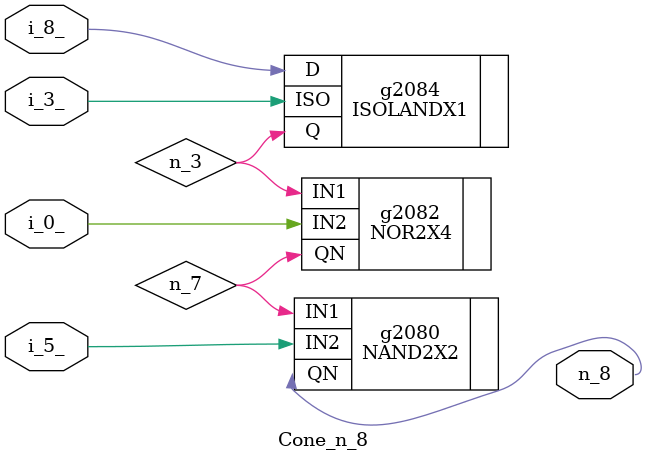
<source format=v>

module Cone_n_8 (n_8, i_3_, i_8_, i_0_, i_5_ );
	input i_3_, i_8_, i_0_, i_5_;
	output n_8;
	wire n_7, n_3;
	NAND2X2 g2080(.IN1 (n_7), .IN2 (i_5_), .QN (n_8));	NOR2X4 g2082(.IN1 (n_3), .IN2 (i_0_), .QN (n_7));	ISOLANDX1 g2084(.ISO (i_3_), .D (i_8_), .Q (n_3));
endmodule


</source>
